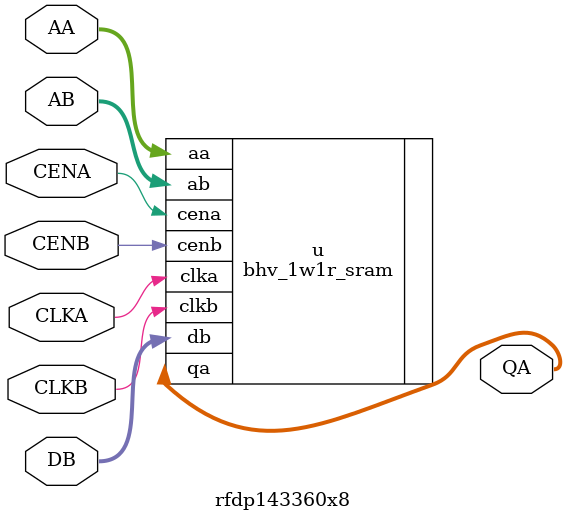
<source format=v>


`define RFDP(dpeth, width)    \
module rfdp``dpeth``x``width (					\
	output 		[width-1:0]				QA,     \
	input 		[$clog2(dpeth)-1:0] 	AA,     \
	input 								CLKA,   \
	input 								CENA,   \
	input 		[$clog2(dpeth)-1:0] 	AB,     \
	input 		[width-1:0] 			DB,     \
	input 								CLKB,   \
	input 								CENB    \
	);                                          \
	bhv_1w1r_sram #(                            \
		.WWORD		(width),                    \
		.WADDR		($clog2(dpeth)),            \
		.DEPTH		(dpeth)                     \
		) u (                                   \
		.clka		(CLKA),                     \
		.aa			(AA),                       \
		.cena		(CENA),                     \
		.qa			(QA),                       \
                                                \
		.clkb		(CLKB),                     \
		.ab			(AB),                       \
		.cenb		(CENB),                     \
		.db			(DB));                      \
endmodule



`define RFDPWP(dpeth, width, wpwidth)    \
module rfdp``dpeth``x``width``_wp``wpwidth (		\
	output 		[width-1:0]				QA,     \
	input 		[$clog2(dpeth)-1:0] 	AA,     \
	input 								CLKA,   \
	input 								CENA,   \
	input 		[$clog2(dpeth)-1:0] 	AB,     \
	input 		[width-1:0] 			DB,     \
	input 								CLKB,   \
	input 		[width/wpwidth-1:0]		WENB,	\
	input 								CENB	\
	);                                          \
	bhv_1w1r_sram_wp #(                         \
		.WWORD		(width),                    \
		.WADDR		($clog2(dpeth)),            \
		.DEPTH		(dpeth),                    \
		.WP			(wpwidth)                   \
		) u (                                   \
		.clka		(CLKA),                     \
		.aa			(AA),                       \
		.cena		(CENA),                     \
		.qa			(QA),                       \
		.clkb		(CLKB),                     \
		.ab			(AB),                       \
		.wenb		(WENB),                     \
		.cenb		(CENB),                     \
		.db			(DB));                      \
endmodule


`RFDP(32,32)
`RFDP(2048,8)
`RFDPWP(2048,128,32)
`RFDP(2048,128)
`RFDP(256,32)
`RFDP(512,32)
`RFDP(1024,32)
`RFDP(256,24)
`RFDP(64,38)
`RFDP(32,128)
`RFDP(32,130)

`RFDP(262144,8)
`RFDP(143360,8)



</source>
